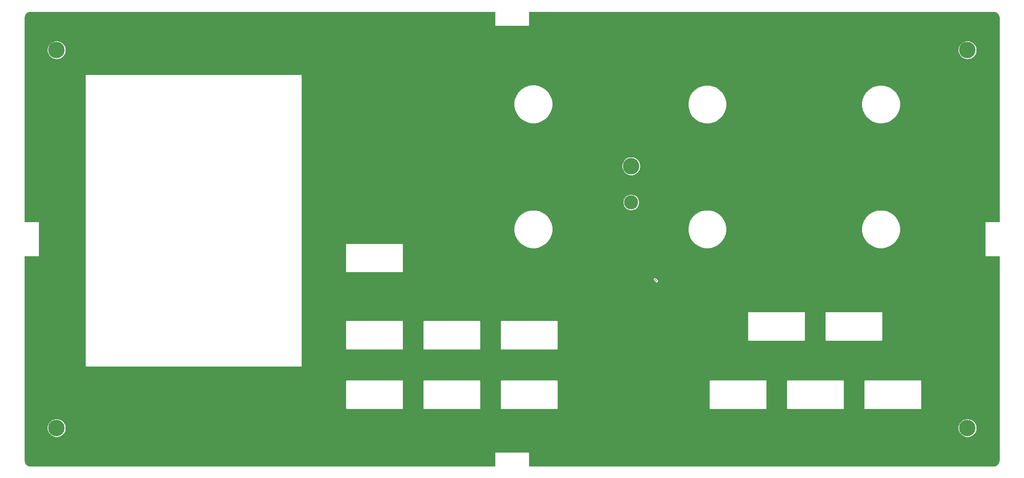
<source format=gbr>
G04 #@! TF.GenerationSoftware,KiCad,Pcbnew,(5.1.8)-1*
G04 #@! TF.CreationDate,2021-03-16T09:30:59+01:00*
G04 #@! TF.ProjectId,pfm3_topsurface,70666d33-5f74-46f7-9073-757266616365,v1.2 / 176*
G04 #@! TF.SameCoordinates,Original*
G04 #@! TF.FileFunction,Copper,L2,Bot*
G04 #@! TF.FilePolarity,Positive*
%FSLAX46Y46*%
G04 Gerber Fmt 4.6, Leading zero omitted, Abs format (unit mm)*
G04 Created by KiCad (PCBNEW (5.1.8)-1) date 2021-03-16 09:30:59*
%MOMM*%
%LPD*%
G01*
G04 APERTURE LIST*
G04 #@! TA.AperFunction,ComponentPad*
%ADD10C,3.500000*%
G04 #@! TD*
G04 #@! TA.AperFunction,ComponentPad*
%ADD11C,3.000000*%
G04 #@! TD*
G04 #@! TA.AperFunction,Conductor*
%ADD12C,0.200000*%
G04 #@! TD*
G04 #@! TA.AperFunction,NonConductor*
%ADD13C,0.100000*%
G04 #@! TD*
G04 #@! TA.AperFunction,NonConductor*
%ADD14C,0.150000*%
G04 #@! TD*
G04 APERTURE END LIST*
D10*
X173370000Y-66020000D03*
D11*
X173370000Y-73767000D03*
D10*
X50800000Y-121920000D03*
X50800000Y-41275000D03*
X245110000Y-41275000D03*
X245110000Y-121920000D03*
D12*
X178435000Y-90170000D02*
X178816000Y-90551000D01*
D13*
X144324001Y-36000814D02*
X144323638Y-36004500D01*
X144325086Y-36019202D01*
X144329375Y-36033340D01*
X144336339Y-36046369D01*
X144345711Y-36057789D01*
X144357131Y-36067161D01*
X144370160Y-36074125D01*
X144384298Y-36078414D01*
X144395325Y-36079500D01*
X144399000Y-36079862D01*
X144402675Y-36079500D01*
X151507325Y-36079500D01*
X151511000Y-36079862D01*
X151514675Y-36079500D01*
X151525702Y-36078414D01*
X151539840Y-36074125D01*
X151552869Y-36067161D01*
X151564289Y-36057789D01*
X151573661Y-36046369D01*
X151580625Y-36033340D01*
X151584914Y-36019202D01*
X151586362Y-36004500D01*
X151586000Y-36000825D01*
X151586000Y-33095000D01*
X250694332Y-33095000D01*
X250930039Y-33118111D01*
X251153244Y-33185501D01*
X251359105Y-33294959D01*
X251539785Y-33442319D01*
X251688400Y-33621963D01*
X251799295Y-33827060D01*
X251868241Y-34049786D01*
X251892982Y-34285190D01*
X251893000Y-34290262D01*
X251893001Y-34290272D01*
X251893000Y-77925000D01*
X248923675Y-77925000D01*
X248920000Y-77924638D01*
X248916325Y-77925000D01*
X248905298Y-77926086D01*
X248891160Y-77930375D01*
X248878131Y-77937339D01*
X248866711Y-77946711D01*
X248857339Y-77958131D01*
X248850375Y-77971160D01*
X248846086Y-77985298D01*
X248844638Y-78000000D01*
X248845001Y-78003686D01*
X248845000Y-85192824D01*
X248844638Y-85196500D01*
X248846086Y-85211202D01*
X248850375Y-85225340D01*
X248857339Y-85238369D01*
X248866711Y-85249789D01*
X248878131Y-85259161D01*
X248891160Y-85266125D01*
X248905298Y-85270414D01*
X248920000Y-85271862D01*
X248923675Y-85271500D01*
X251893001Y-85271500D01*
X251893000Y-128901332D01*
X251869889Y-129137039D01*
X251802499Y-129360244D01*
X251693042Y-129566103D01*
X251545681Y-129746785D01*
X251366037Y-129895400D01*
X251160940Y-130006295D01*
X250938214Y-130075241D01*
X250702811Y-130099982D01*
X250697738Y-130100000D01*
X151586000Y-130100000D01*
X151586000Y-127194176D01*
X151586362Y-127190500D01*
X151584914Y-127175798D01*
X151580625Y-127161660D01*
X151573661Y-127148631D01*
X151564289Y-127137211D01*
X151552869Y-127127839D01*
X151539840Y-127120875D01*
X151525702Y-127116586D01*
X151514675Y-127115500D01*
X151511000Y-127115138D01*
X151507325Y-127115500D01*
X144402675Y-127115500D01*
X144399000Y-127115138D01*
X144395325Y-127115500D01*
X144384298Y-127116586D01*
X144370160Y-127120875D01*
X144357131Y-127127839D01*
X144345711Y-127137211D01*
X144336339Y-127148631D01*
X144329375Y-127161660D01*
X144325086Y-127175798D01*
X144323638Y-127190500D01*
X144324001Y-127194186D01*
X144324000Y-130100000D01*
X45215668Y-130100000D01*
X44979961Y-130076889D01*
X44756756Y-130009499D01*
X44550897Y-129900042D01*
X44370215Y-129752681D01*
X44221600Y-129573037D01*
X44110705Y-129367940D01*
X44041759Y-129145214D01*
X44017018Y-128909811D01*
X44017000Y-128904738D01*
X44017000Y-121727942D01*
X48850000Y-121727942D01*
X48850000Y-122112058D01*
X48924938Y-122488794D01*
X49071933Y-122843671D01*
X49285336Y-123163052D01*
X49556948Y-123434664D01*
X49876329Y-123648067D01*
X50231206Y-123795062D01*
X50607942Y-123870000D01*
X50992058Y-123870000D01*
X51368794Y-123795062D01*
X51723671Y-123648067D01*
X52043052Y-123434664D01*
X52314664Y-123163052D01*
X52528067Y-122843671D01*
X52675062Y-122488794D01*
X52750000Y-122112058D01*
X52750000Y-121727942D01*
X243160000Y-121727942D01*
X243160000Y-122112058D01*
X243234938Y-122488794D01*
X243381933Y-122843671D01*
X243595336Y-123163052D01*
X243866948Y-123434664D01*
X244186329Y-123648067D01*
X244541206Y-123795062D01*
X244917942Y-123870000D01*
X245302058Y-123870000D01*
X245678794Y-123795062D01*
X246033671Y-123648067D01*
X246353052Y-123434664D01*
X246624664Y-123163052D01*
X246838067Y-122843671D01*
X246985062Y-122488794D01*
X247060000Y-122112058D01*
X247060000Y-121727942D01*
X246985062Y-121351206D01*
X246838067Y-120996329D01*
X246624664Y-120676948D01*
X246353052Y-120405336D01*
X246033671Y-120191933D01*
X245678794Y-120044938D01*
X245302058Y-119970000D01*
X244917942Y-119970000D01*
X244541206Y-120044938D01*
X244186329Y-120191933D01*
X243866948Y-120405336D01*
X243595336Y-120676948D01*
X243381933Y-120996329D01*
X243234938Y-121351206D01*
X243160000Y-121727942D01*
X52750000Y-121727942D01*
X52675062Y-121351206D01*
X52528067Y-120996329D01*
X52314664Y-120676948D01*
X52043052Y-120405336D01*
X51723671Y-120191933D01*
X51368794Y-120044938D01*
X50992058Y-119970000D01*
X50607942Y-119970000D01*
X50231206Y-120044938D01*
X49876329Y-120191933D01*
X49556948Y-120405336D01*
X49285336Y-120676948D01*
X49071933Y-120996329D01*
X48924938Y-121351206D01*
X48850000Y-121727942D01*
X44017000Y-121727942D01*
X44017000Y-111800000D01*
X112524638Y-111800000D01*
X112525001Y-111803686D01*
X112525000Y-117796324D01*
X112524638Y-117800000D01*
X112526086Y-117814702D01*
X112530375Y-117828840D01*
X112537339Y-117841869D01*
X112546711Y-117853289D01*
X112558131Y-117862661D01*
X112571160Y-117869625D01*
X112585298Y-117873914D01*
X112600000Y-117875362D01*
X112603675Y-117875000D01*
X124596325Y-117875000D01*
X124600000Y-117875362D01*
X124603675Y-117875000D01*
X124614702Y-117873914D01*
X124628840Y-117869625D01*
X124641869Y-117862661D01*
X124653289Y-117853289D01*
X124662661Y-117841869D01*
X124669625Y-117828840D01*
X124673914Y-117814702D01*
X124675362Y-117800000D01*
X124675000Y-117796325D01*
X124675000Y-111803676D01*
X124675362Y-111800000D01*
X129024638Y-111800000D01*
X129025001Y-111803686D01*
X129025000Y-117796324D01*
X129024638Y-117800000D01*
X129026086Y-117814702D01*
X129030375Y-117828840D01*
X129037339Y-117841869D01*
X129046711Y-117853289D01*
X129058131Y-117862661D01*
X129071160Y-117869625D01*
X129085298Y-117873914D01*
X129100000Y-117875362D01*
X129103675Y-117875000D01*
X141096325Y-117875000D01*
X141100000Y-117875362D01*
X141103675Y-117875000D01*
X141114702Y-117873914D01*
X141128840Y-117869625D01*
X141141869Y-117862661D01*
X141153289Y-117853289D01*
X141162661Y-117841869D01*
X141169625Y-117828840D01*
X141173914Y-117814702D01*
X141175362Y-117800000D01*
X141175000Y-117796325D01*
X141175000Y-111803676D01*
X141175362Y-111800000D01*
X145524638Y-111800000D01*
X145525001Y-111803686D01*
X145525000Y-117796324D01*
X145524638Y-117800000D01*
X145526086Y-117814702D01*
X145530375Y-117828840D01*
X145537339Y-117841869D01*
X145546711Y-117853289D01*
X145558131Y-117862661D01*
X145571160Y-117869625D01*
X145585298Y-117873914D01*
X145600000Y-117875362D01*
X145603675Y-117875000D01*
X157596325Y-117875000D01*
X157600000Y-117875362D01*
X157603675Y-117875000D01*
X157614702Y-117873914D01*
X157628840Y-117869625D01*
X157641869Y-117862661D01*
X157653289Y-117853289D01*
X157662661Y-117841869D01*
X157669625Y-117828840D01*
X157673914Y-117814702D01*
X157675362Y-117800000D01*
X157675000Y-117796325D01*
X157675000Y-111803676D01*
X157675362Y-111800000D01*
X190074638Y-111800000D01*
X190075001Y-111803686D01*
X190075000Y-117796324D01*
X190074638Y-117800000D01*
X190076086Y-117814702D01*
X190080375Y-117828840D01*
X190087339Y-117841869D01*
X190096711Y-117853289D01*
X190108131Y-117862661D01*
X190121160Y-117869625D01*
X190135298Y-117873914D01*
X190150000Y-117875362D01*
X190153675Y-117875000D01*
X202146325Y-117875000D01*
X202150000Y-117875362D01*
X202153675Y-117875000D01*
X202164702Y-117873914D01*
X202178840Y-117869625D01*
X202191869Y-117862661D01*
X202203289Y-117853289D01*
X202212661Y-117841869D01*
X202219625Y-117828840D01*
X202223914Y-117814702D01*
X202225362Y-117800000D01*
X202225000Y-117796325D01*
X202225000Y-111803676D01*
X202225362Y-111800000D01*
X206574638Y-111800000D01*
X206575001Y-111803686D01*
X206575000Y-117796324D01*
X206574638Y-117800000D01*
X206576086Y-117814702D01*
X206580375Y-117828840D01*
X206587339Y-117841869D01*
X206596711Y-117853289D01*
X206608131Y-117862661D01*
X206621160Y-117869625D01*
X206635298Y-117873914D01*
X206650000Y-117875362D01*
X206653675Y-117875000D01*
X218646325Y-117875000D01*
X218650000Y-117875362D01*
X218653675Y-117875000D01*
X218664702Y-117873914D01*
X218678840Y-117869625D01*
X218691869Y-117862661D01*
X218703289Y-117853289D01*
X218712661Y-117841869D01*
X218719625Y-117828840D01*
X218723914Y-117814702D01*
X218725362Y-117800000D01*
X218725000Y-117796325D01*
X218725000Y-111803676D01*
X218725362Y-111800000D01*
X223074638Y-111800000D01*
X223075001Y-111803686D01*
X223075000Y-117796324D01*
X223074638Y-117800000D01*
X223076086Y-117814702D01*
X223080375Y-117828840D01*
X223087339Y-117841869D01*
X223096711Y-117853289D01*
X223108131Y-117862661D01*
X223121160Y-117869625D01*
X223135298Y-117873914D01*
X223150000Y-117875362D01*
X223153675Y-117875000D01*
X235146325Y-117875000D01*
X235150000Y-117875362D01*
X235153675Y-117875000D01*
X235164702Y-117873914D01*
X235178840Y-117869625D01*
X235191869Y-117862661D01*
X235203289Y-117853289D01*
X235212661Y-117841869D01*
X235219625Y-117828840D01*
X235223914Y-117814702D01*
X235225362Y-117800000D01*
X235225000Y-117796325D01*
X235225000Y-111803676D01*
X235225362Y-111800000D01*
X235223914Y-111785298D01*
X235219625Y-111771160D01*
X235212661Y-111758131D01*
X235203289Y-111746711D01*
X235191869Y-111737339D01*
X235178840Y-111730375D01*
X235164702Y-111726086D01*
X235153675Y-111725000D01*
X235150000Y-111724638D01*
X235146325Y-111725000D01*
X223153675Y-111725000D01*
X223150000Y-111724638D01*
X223146325Y-111725000D01*
X223135298Y-111726086D01*
X223121160Y-111730375D01*
X223108131Y-111737339D01*
X223096711Y-111746711D01*
X223087339Y-111758131D01*
X223080375Y-111771160D01*
X223076086Y-111785298D01*
X223074638Y-111800000D01*
X218725362Y-111800000D01*
X218723914Y-111785298D01*
X218719625Y-111771160D01*
X218712661Y-111758131D01*
X218703289Y-111746711D01*
X218691869Y-111737339D01*
X218678840Y-111730375D01*
X218664702Y-111726086D01*
X218653675Y-111725000D01*
X218650000Y-111724638D01*
X218646325Y-111725000D01*
X206653675Y-111725000D01*
X206650000Y-111724638D01*
X206646325Y-111725000D01*
X206635298Y-111726086D01*
X206621160Y-111730375D01*
X206608131Y-111737339D01*
X206596711Y-111746711D01*
X206587339Y-111758131D01*
X206580375Y-111771160D01*
X206576086Y-111785298D01*
X206574638Y-111800000D01*
X202225362Y-111800000D01*
X202223914Y-111785298D01*
X202219625Y-111771160D01*
X202212661Y-111758131D01*
X202203289Y-111746711D01*
X202191869Y-111737339D01*
X202178840Y-111730375D01*
X202164702Y-111726086D01*
X202153675Y-111725000D01*
X202150000Y-111724638D01*
X202146325Y-111725000D01*
X190153675Y-111725000D01*
X190150000Y-111724638D01*
X190146325Y-111725000D01*
X190135298Y-111726086D01*
X190121160Y-111730375D01*
X190108131Y-111737339D01*
X190096711Y-111746711D01*
X190087339Y-111758131D01*
X190080375Y-111771160D01*
X190076086Y-111785298D01*
X190074638Y-111800000D01*
X157675362Y-111800000D01*
X157673914Y-111785298D01*
X157669625Y-111771160D01*
X157662661Y-111758131D01*
X157653289Y-111746711D01*
X157641869Y-111737339D01*
X157628840Y-111730375D01*
X157614702Y-111726086D01*
X157603675Y-111725000D01*
X157600000Y-111724638D01*
X157596325Y-111725000D01*
X145603675Y-111725000D01*
X145600000Y-111724638D01*
X145596325Y-111725000D01*
X145585298Y-111726086D01*
X145571160Y-111730375D01*
X145558131Y-111737339D01*
X145546711Y-111746711D01*
X145537339Y-111758131D01*
X145530375Y-111771160D01*
X145526086Y-111785298D01*
X145524638Y-111800000D01*
X141175362Y-111800000D01*
X141173914Y-111785298D01*
X141169625Y-111771160D01*
X141162661Y-111758131D01*
X141153289Y-111746711D01*
X141141869Y-111737339D01*
X141128840Y-111730375D01*
X141114702Y-111726086D01*
X141103675Y-111725000D01*
X141100000Y-111724638D01*
X141096325Y-111725000D01*
X129103675Y-111725000D01*
X129100000Y-111724638D01*
X129096325Y-111725000D01*
X129085298Y-111726086D01*
X129071160Y-111730375D01*
X129058131Y-111737339D01*
X129046711Y-111746711D01*
X129037339Y-111758131D01*
X129030375Y-111771160D01*
X129026086Y-111785298D01*
X129024638Y-111800000D01*
X124675362Y-111800000D01*
X124673914Y-111785298D01*
X124669625Y-111771160D01*
X124662661Y-111758131D01*
X124653289Y-111746711D01*
X124641869Y-111737339D01*
X124628840Y-111730375D01*
X124614702Y-111726086D01*
X124603675Y-111725000D01*
X124600000Y-111724638D01*
X124596325Y-111725000D01*
X112603675Y-111725000D01*
X112600000Y-111724638D01*
X112596325Y-111725000D01*
X112585298Y-111726086D01*
X112571160Y-111730375D01*
X112558131Y-111737339D01*
X112546711Y-111746711D01*
X112537339Y-111758131D01*
X112530375Y-111771160D01*
X112526086Y-111785298D01*
X112524638Y-111800000D01*
X44017000Y-111800000D01*
X44017000Y-85275000D01*
X46986325Y-85275000D01*
X46990000Y-85275362D01*
X46993675Y-85275000D01*
X47004702Y-85273914D01*
X47018840Y-85269625D01*
X47031869Y-85262661D01*
X47043289Y-85253289D01*
X47052661Y-85241869D01*
X47059625Y-85228840D01*
X47063914Y-85214702D01*
X47065362Y-85200000D01*
X47065000Y-85196325D01*
X47065000Y-78002175D01*
X47065362Y-77998500D01*
X47063914Y-77983798D01*
X47059625Y-77969660D01*
X47052661Y-77956631D01*
X47043289Y-77945211D01*
X47031869Y-77935839D01*
X47018840Y-77928875D01*
X47004702Y-77924586D01*
X46993675Y-77923500D01*
X46990000Y-77923138D01*
X46986325Y-77923500D01*
X44017000Y-77923500D01*
X44017000Y-46550000D01*
X56974638Y-46550000D01*
X56975000Y-46553676D01*
X56975001Y-108696314D01*
X56974638Y-108700000D01*
X56976086Y-108714702D01*
X56980375Y-108728840D01*
X56987339Y-108741869D01*
X56996711Y-108753289D01*
X57008131Y-108762661D01*
X57021160Y-108769625D01*
X57035298Y-108773914D01*
X57046325Y-108775000D01*
X57050000Y-108775362D01*
X57053675Y-108775000D01*
X103046325Y-108775000D01*
X103050000Y-108775362D01*
X103053675Y-108775000D01*
X103064702Y-108773914D01*
X103078840Y-108769625D01*
X103091869Y-108762661D01*
X103103289Y-108753289D01*
X103112661Y-108741869D01*
X103119625Y-108728840D01*
X103123914Y-108714702D01*
X103125362Y-108700000D01*
X103125000Y-108696325D01*
X103125000Y-99100000D01*
X112524638Y-99100000D01*
X112525001Y-99103686D01*
X112525000Y-105096324D01*
X112524638Y-105100000D01*
X112526086Y-105114702D01*
X112530375Y-105128840D01*
X112537339Y-105141869D01*
X112546711Y-105153289D01*
X112558131Y-105162661D01*
X112571160Y-105169625D01*
X112585298Y-105173914D01*
X112600000Y-105175362D01*
X112603675Y-105175000D01*
X124596325Y-105175000D01*
X124600000Y-105175362D01*
X124603675Y-105175000D01*
X124614702Y-105173914D01*
X124628840Y-105169625D01*
X124641869Y-105162661D01*
X124653289Y-105153289D01*
X124662661Y-105141869D01*
X124669625Y-105128840D01*
X124673914Y-105114702D01*
X124675362Y-105100000D01*
X124675000Y-105096325D01*
X124675000Y-99103676D01*
X124675362Y-99100000D01*
X129024638Y-99100000D01*
X129025001Y-99103686D01*
X129025000Y-105096324D01*
X129024638Y-105100000D01*
X129026086Y-105114702D01*
X129030375Y-105128840D01*
X129037339Y-105141869D01*
X129046711Y-105153289D01*
X129058131Y-105162661D01*
X129071160Y-105169625D01*
X129085298Y-105173914D01*
X129100000Y-105175362D01*
X129103675Y-105175000D01*
X141096325Y-105175000D01*
X141100000Y-105175362D01*
X141103675Y-105175000D01*
X141114702Y-105173914D01*
X141128840Y-105169625D01*
X141141869Y-105162661D01*
X141153289Y-105153289D01*
X141162661Y-105141869D01*
X141169625Y-105128840D01*
X141173914Y-105114702D01*
X141175362Y-105100000D01*
X141175000Y-105096325D01*
X141175000Y-99103676D01*
X141175362Y-99100000D01*
X145524638Y-99100000D01*
X145525001Y-99103686D01*
X145525000Y-105096324D01*
X145524638Y-105100000D01*
X145526086Y-105114702D01*
X145530375Y-105128840D01*
X145537339Y-105141869D01*
X145546711Y-105153289D01*
X145558131Y-105162661D01*
X145571160Y-105169625D01*
X145585298Y-105173914D01*
X145600000Y-105175362D01*
X145603675Y-105175000D01*
X157596325Y-105175000D01*
X157600000Y-105175362D01*
X157603675Y-105175000D01*
X157614702Y-105173914D01*
X157628840Y-105169625D01*
X157641869Y-105162661D01*
X157653289Y-105153289D01*
X157662661Y-105141869D01*
X157669625Y-105128840D01*
X157673914Y-105114702D01*
X157675362Y-105100000D01*
X157675000Y-105096325D01*
X157675000Y-99103676D01*
X157675362Y-99100000D01*
X157673914Y-99085298D01*
X157669625Y-99071160D01*
X157662661Y-99058131D01*
X157653289Y-99046711D01*
X157641869Y-99037339D01*
X157628840Y-99030375D01*
X157614702Y-99026086D01*
X157603675Y-99025000D01*
X157600000Y-99024638D01*
X157596325Y-99025000D01*
X145603675Y-99025000D01*
X145600000Y-99024638D01*
X145596325Y-99025000D01*
X145585298Y-99026086D01*
X145571160Y-99030375D01*
X145558131Y-99037339D01*
X145546711Y-99046711D01*
X145537339Y-99058131D01*
X145530375Y-99071160D01*
X145526086Y-99085298D01*
X145524638Y-99100000D01*
X141175362Y-99100000D01*
X141173914Y-99085298D01*
X141169625Y-99071160D01*
X141162661Y-99058131D01*
X141153289Y-99046711D01*
X141141869Y-99037339D01*
X141128840Y-99030375D01*
X141114702Y-99026086D01*
X141103675Y-99025000D01*
X141100000Y-99024638D01*
X141096325Y-99025000D01*
X129103675Y-99025000D01*
X129100000Y-99024638D01*
X129096325Y-99025000D01*
X129085298Y-99026086D01*
X129071160Y-99030375D01*
X129058131Y-99037339D01*
X129046711Y-99046711D01*
X129037339Y-99058131D01*
X129030375Y-99071160D01*
X129026086Y-99085298D01*
X129024638Y-99100000D01*
X124675362Y-99100000D01*
X124673914Y-99085298D01*
X124669625Y-99071160D01*
X124662661Y-99058131D01*
X124653289Y-99046711D01*
X124641869Y-99037339D01*
X124628840Y-99030375D01*
X124614702Y-99026086D01*
X124603675Y-99025000D01*
X124600000Y-99024638D01*
X124596325Y-99025000D01*
X112603675Y-99025000D01*
X112600000Y-99024638D01*
X112596325Y-99025000D01*
X112585298Y-99026086D01*
X112571160Y-99030375D01*
X112558131Y-99037339D01*
X112546711Y-99046711D01*
X112537339Y-99058131D01*
X112530375Y-99071160D01*
X112526086Y-99085298D01*
X112524638Y-99100000D01*
X103125000Y-99100000D01*
X103125000Y-97200000D01*
X198274638Y-97200000D01*
X198275001Y-97203686D01*
X198275000Y-103196324D01*
X198274638Y-103200000D01*
X198276086Y-103214702D01*
X198280375Y-103228840D01*
X198287339Y-103241869D01*
X198296711Y-103253289D01*
X198308131Y-103262661D01*
X198321160Y-103269625D01*
X198335298Y-103273914D01*
X198350000Y-103275362D01*
X198353675Y-103275000D01*
X210346325Y-103275000D01*
X210350000Y-103275362D01*
X210353675Y-103275000D01*
X210364702Y-103273914D01*
X210378840Y-103269625D01*
X210391869Y-103262661D01*
X210403289Y-103253289D01*
X210412661Y-103241869D01*
X210419625Y-103228840D01*
X210423914Y-103214702D01*
X210425362Y-103200000D01*
X210425000Y-103196325D01*
X210425000Y-97203676D01*
X210425362Y-97200000D01*
X214774638Y-97200000D01*
X214775001Y-97203686D01*
X214775000Y-103196324D01*
X214774638Y-103200000D01*
X214776086Y-103214702D01*
X214780375Y-103228840D01*
X214787339Y-103241869D01*
X214796711Y-103253289D01*
X214808131Y-103262661D01*
X214821160Y-103269625D01*
X214835298Y-103273914D01*
X214850000Y-103275362D01*
X214853675Y-103275000D01*
X226846325Y-103275000D01*
X226850000Y-103275362D01*
X226853675Y-103275000D01*
X226864702Y-103273914D01*
X226878840Y-103269625D01*
X226891869Y-103262661D01*
X226903289Y-103253289D01*
X226912661Y-103241869D01*
X226919625Y-103228840D01*
X226923914Y-103214702D01*
X226925362Y-103200000D01*
X226925000Y-103196325D01*
X226925000Y-97203676D01*
X226925362Y-97200000D01*
X226923914Y-97185298D01*
X226919625Y-97171160D01*
X226912661Y-97158131D01*
X226903289Y-97146711D01*
X226891869Y-97137339D01*
X226878840Y-97130375D01*
X226864702Y-97126086D01*
X226853675Y-97125000D01*
X226850000Y-97124638D01*
X226846325Y-97125000D01*
X214853675Y-97125000D01*
X214850000Y-97124638D01*
X214846325Y-97125000D01*
X214835298Y-97126086D01*
X214821160Y-97130375D01*
X214808131Y-97137339D01*
X214796711Y-97146711D01*
X214787339Y-97158131D01*
X214780375Y-97171160D01*
X214776086Y-97185298D01*
X214774638Y-97200000D01*
X210425362Y-97200000D01*
X210423914Y-97185298D01*
X210419625Y-97171160D01*
X210412661Y-97158131D01*
X210403289Y-97146711D01*
X210391869Y-97137339D01*
X210378840Y-97130375D01*
X210364702Y-97126086D01*
X210353675Y-97125000D01*
X210350000Y-97124638D01*
X210346325Y-97125000D01*
X198353675Y-97125000D01*
X198350000Y-97124638D01*
X198346325Y-97125000D01*
X198335298Y-97126086D01*
X198321160Y-97130375D01*
X198308131Y-97137339D01*
X198296711Y-97146711D01*
X198287339Y-97158131D01*
X198280375Y-97171160D01*
X198276086Y-97185298D01*
X198274638Y-97200000D01*
X103125000Y-97200000D01*
X103125000Y-90170000D01*
X178133550Y-90170000D01*
X178139342Y-90228810D01*
X178156497Y-90285360D01*
X178184353Y-90337477D01*
X178212451Y-90371714D01*
X178614285Y-90773549D01*
X178648522Y-90801647D01*
X178700639Y-90829503D01*
X178757189Y-90846658D01*
X178815999Y-90852450D01*
X178874809Y-90846658D01*
X178931359Y-90829503D01*
X178983477Y-90801647D01*
X179029157Y-90764157D01*
X179066647Y-90718477D01*
X179094503Y-90666359D01*
X179111658Y-90609809D01*
X179117450Y-90550999D01*
X179111658Y-90492189D01*
X179094503Y-90435639D01*
X179066647Y-90383522D01*
X179038549Y-90349285D01*
X178636714Y-89947451D01*
X178602477Y-89919353D01*
X178550360Y-89891497D01*
X178493810Y-89874342D01*
X178435000Y-89868550D01*
X178376190Y-89874342D01*
X178319640Y-89891497D01*
X178267523Y-89919353D01*
X178221842Y-89956842D01*
X178184353Y-90002523D01*
X178156497Y-90054640D01*
X178139342Y-90111190D01*
X178133550Y-90170000D01*
X103125000Y-90170000D01*
X103125000Y-82600000D01*
X112524638Y-82600000D01*
X112525001Y-82603686D01*
X112525000Y-88596324D01*
X112524638Y-88600000D01*
X112526086Y-88614702D01*
X112530375Y-88628840D01*
X112537339Y-88641869D01*
X112546711Y-88653289D01*
X112558131Y-88662661D01*
X112571160Y-88669625D01*
X112585298Y-88673914D01*
X112600000Y-88675362D01*
X112603675Y-88675000D01*
X124596325Y-88675000D01*
X124600000Y-88675362D01*
X124603675Y-88675000D01*
X124614702Y-88673914D01*
X124628840Y-88669625D01*
X124641869Y-88662661D01*
X124653289Y-88653289D01*
X124662661Y-88641869D01*
X124669625Y-88628840D01*
X124673914Y-88614702D01*
X124675362Y-88600000D01*
X124675000Y-88596325D01*
X124675000Y-82603676D01*
X124675362Y-82600000D01*
X124673914Y-82585298D01*
X124669625Y-82571160D01*
X124662661Y-82558131D01*
X124653289Y-82546711D01*
X124641869Y-82537339D01*
X124628840Y-82530375D01*
X124614702Y-82526086D01*
X124603675Y-82525000D01*
X124600000Y-82524638D01*
X124596325Y-82525000D01*
X112603675Y-82525000D01*
X112600000Y-82524638D01*
X112596325Y-82525000D01*
X112585298Y-82526086D01*
X112571160Y-82530375D01*
X112558131Y-82537339D01*
X112546711Y-82546711D01*
X112537339Y-82558131D01*
X112530375Y-82571160D01*
X112526086Y-82585298D01*
X112524638Y-82600000D01*
X103125000Y-82600000D01*
X103125000Y-79098620D01*
X148424719Y-79098620D01*
X148424719Y-79901380D01*
X148581329Y-80688716D01*
X148888532Y-81430370D01*
X149334522Y-82097840D01*
X149902160Y-82665478D01*
X150569630Y-83111468D01*
X151311284Y-83418671D01*
X152098620Y-83575281D01*
X152901380Y-83575281D01*
X153688716Y-83418671D01*
X154430370Y-83111468D01*
X155097840Y-82665478D01*
X155665478Y-82097840D01*
X156111468Y-81430370D01*
X156418671Y-80688716D01*
X156575281Y-79901380D01*
X156575281Y-79098620D01*
X185524719Y-79098620D01*
X185524719Y-79901380D01*
X185681329Y-80688716D01*
X185988532Y-81430370D01*
X186434522Y-82097840D01*
X187002160Y-82665478D01*
X187669630Y-83111468D01*
X188411284Y-83418671D01*
X189198620Y-83575281D01*
X190001380Y-83575281D01*
X190788716Y-83418671D01*
X191530370Y-83111468D01*
X192197840Y-82665478D01*
X192765478Y-82097840D01*
X193211468Y-81430370D01*
X193518671Y-80688716D01*
X193675281Y-79901380D01*
X193675281Y-79098620D01*
X222574719Y-79098620D01*
X222574719Y-79901380D01*
X222731329Y-80688716D01*
X223038532Y-81430370D01*
X223484522Y-82097840D01*
X224052160Y-82665478D01*
X224719630Y-83111468D01*
X225461284Y-83418671D01*
X226248620Y-83575281D01*
X227051380Y-83575281D01*
X227838716Y-83418671D01*
X228580370Y-83111468D01*
X229247840Y-82665478D01*
X229815478Y-82097840D01*
X230261468Y-81430370D01*
X230568671Y-80688716D01*
X230725281Y-79901380D01*
X230725281Y-79098620D01*
X230568671Y-78311284D01*
X230261468Y-77569630D01*
X229815478Y-76902160D01*
X229247840Y-76334522D01*
X228580370Y-75888532D01*
X227838716Y-75581329D01*
X227051380Y-75424719D01*
X226248620Y-75424719D01*
X225461284Y-75581329D01*
X224719630Y-75888532D01*
X224052160Y-76334522D01*
X223484522Y-76902160D01*
X223038532Y-77569630D01*
X222731329Y-78311284D01*
X222574719Y-79098620D01*
X193675281Y-79098620D01*
X193518671Y-78311284D01*
X193211468Y-77569630D01*
X192765478Y-76902160D01*
X192197840Y-76334522D01*
X191530370Y-75888532D01*
X190788716Y-75581329D01*
X190001380Y-75424719D01*
X189198620Y-75424719D01*
X188411284Y-75581329D01*
X187669630Y-75888532D01*
X187002160Y-76334522D01*
X186434522Y-76902160D01*
X185988532Y-77569630D01*
X185681329Y-78311284D01*
X185524719Y-79098620D01*
X156575281Y-79098620D01*
X156418671Y-78311284D01*
X156111468Y-77569630D01*
X155665478Y-76902160D01*
X155097840Y-76334522D01*
X154430370Y-75888532D01*
X153688716Y-75581329D01*
X152901380Y-75424719D01*
X152098620Y-75424719D01*
X151311284Y-75581329D01*
X150569630Y-75888532D01*
X149902160Y-76334522D01*
X149334522Y-76902160D01*
X148888532Y-77569630D01*
X148581329Y-78311284D01*
X148424719Y-79098620D01*
X103125000Y-79098620D01*
X103125000Y-73599565D01*
X171670000Y-73599565D01*
X171670000Y-73934435D01*
X171735330Y-74262872D01*
X171863479Y-74572252D01*
X172049523Y-74850687D01*
X172286313Y-75087477D01*
X172564748Y-75273521D01*
X172874128Y-75401670D01*
X173202565Y-75467000D01*
X173537435Y-75467000D01*
X173865872Y-75401670D01*
X174175252Y-75273521D01*
X174453687Y-75087477D01*
X174690477Y-74850687D01*
X174876521Y-74572252D01*
X175004670Y-74262872D01*
X175070000Y-73934435D01*
X175070000Y-73599565D01*
X175004670Y-73271128D01*
X174876521Y-72961748D01*
X174690477Y-72683313D01*
X174453687Y-72446523D01*
X174175252Y-72260479D01*
X173865872Y-72132330D01*
X173537435Y-72067000D01*
X173202565Y-72067000D01*
X172874128Y-72132330D01*
X172564748Y-72260479D01*
X172286313Y-72446523D01*
X172049523Y-72683313D01*
X171863479Y-72961748D01*
X171735330Y-73271128D01*
X171670000Y-73599565D01*
X103125000Y-73599565D01*
X103125000Y-65827942D01*
X171420000Y-65827942D01*
X171420000Y-66212058D01*
X171494938Y-66588794D01*
X171641933Y-66943671D01*
X171855336Y-67263052D01*
X172126948Y-67534664D01*
X172446329Y-67748067D01*
X172801206Y-67895062D01*
X173177942Y-67970000D01*
X173562058Y-67970000D01*
X173938794Y-67895062D01*
X174293671Y-67748067D01*
X174613052Y-67534664D01*
X174884664Y-67263052D01*
X175098067Y-66943671D01*
X175245062Y-66588794D01*
X175320000Y-66212058D01*
X175320000Y-65827942D01*
X175245062Y-65451206D01*
X175098067Y-65096329D01*
X174884664Y-64776948D01*
X174613052Y-64505336D01*
X174293671Y-64291933D01*
X173938794Y-64144938D01*
X173562058Y-64070000D01*
X173177942Y-64070000D01*
X172801206Y-64144938D01*
X172446329Y-64291933D01*
X172126948Y-64505336D01*
X171855336Y-64776948D01*
X171641933Y-65096329D01*
X171494938Y-65451206D01*
X171420000Y-65827942D01*
X103125000Y-65827942D01*
X103125000Y-52398620D01*
X148424719Y-52398620D01*
X148424719Y-53201380D01*
X148581329Y-53988716D01*
X148888532Y-54730370D01*
X149334522Y-55397840D01*
X149902160Y-55965478D01*
X150569630Y-56411468D01*
X151311284Y-56718671D01*
X152098620Y-56875281D01*
X152901380Y-56875281D01*
X153688716Y-56718671D01*
X154430370Y-56411468D01*
X155097840Y-55965478D01*
X155665478Y-55397840D01*
X156111468Y-54730370D01*
X156418671Y-53988716D01*
X156575281Y-53201380D01*
X156575281Y-52448620D01*
X185524719Y-52448620D01*
X185524719Y-53251380D01*
X185681329Y-54038716D01*
X185988532Y-54780370D01*
X186434522Y-55447840D01*
X187002160Y-56015478D01*
X187669630Y-56461468D01*
X188411284Y-56768671D01*
X189198620Y-56925281D01*
X190001380Y-56925281D01*
X190788716Y-56768671D01*
X191530370Y-56461468D01*
X192197840Y-56015478D01*
X192765478Y-55447840D01*
X193211468Y-54780370D01*
X193518671Y-54038716D01*
X193675281Y-53251380D01*
X193675281Y-52448620D01*
X222574719Y-52448620D01*
X222574719Y-53251380D01*
X222731329Y-54038716D01*
X223038532Y-54780370D01*
X223484522Y-55447840D01*
X224052160Y-56015478D01*
X224719630Y-56461468D01*
X225461284Y-56768671D01*
X226248620Y-56925281D01*
X227051380Y-56925281D01*
X227838716Y-56768671D01*
X228580370Y-56461468D01*
X229247840Y-56015478D01*
X229815478Y-55447840D01*
X230261468Y-54780370D01*
X230568671Y-54038716D01*
X230725281Y-53251380D01*
X230725281Y-52448620D01*
X230568671Y-51661284D01*
X230261468Y-50919630D01*
X229815478Y-50252160D01*
X229247840Y-49684522D01*
X228580370Y-49238532D01*
X227838716Y-48931329D01*
X227051380Y-48774719D01*
X226248620Y-48774719D01*
X225461284Y-48931329D01*
X224719630Y-49238532D01*
X224052160Y-49684522D01*
X223484522Y-50252160D01*
X223038532Y-50919630D01*
X222731329Y-51661284D01*
X222574719Y-52448620D01*
X193675281Y-52448620D01*
X193518671Y-51661284D01*
X193211468Y-50919630D01*
X192765478Y-50252160D01*
X192197840Y-49684522D01*
X191530370Y-49238532D01*
X190788716Y-48931329D01*
X190001380Y-48774719D01*
X189198620Y-48774719D01*
X188411284Y-48931329D01*
X187669630Y-49238532D01*
X187002160Y-49684522D01*
X186434522Y-50252160D01*
X185988532Y-50919630D01*
X185681329Y-51661284D01*
X185524719Y-52448620D01*
X156575281Y-52448620D01*
X156575281Y-52398620D01*
X156418671Y-51611284D01*
X156111468Y-50869630D01*
X155665478Y-50202160D01*
X155097840Y-49634522D01*
X154430370Y-49188532D01*
X153688716Y-48881329D01*
X152901380Y-48724719D01*
X152098620Y-48724719D01*
X151311284Y-48881329D01*
X150569630Y-49188532D01*
X149902160Y-49634522D01*
X149334522Y-50202160D01*
X148888532Y-50869630D01*
X148581329Y-51611284D01*
X148424719Y-52398620D01*
X103125000Y-52398620D01*
X103125000Y-46553675D01*
X103125362Y-46550000D01*
X103123914Y-46535298D01*
X103119625Y-46521160D01*
X103112661Y-46508131D01*
X103103289Y-46496711D01*
X103091869Y-46487339D01*
X103078840Y-46480375D01*
X103064702Y-46476086D01*
X103053675Y-46475000D01*
X103050000Y-46474638D01*
X103046325Y-46475000D01*
X57053675Y-46475000D01*
X57050000Y-46474638D01*
X57046325Y-46475000D01*
X57035298Y-46476086D01*
X57021160Y-46480375D01*
X57008131Y-46487339D01*
X56996711Y-46496711D01*
X56987339Y-46508131D01*
X56980375Y-46521160D01*
X56976086Y-46535298D01*
X56974638Y-46550000D01*
X44017000Y-46550000D01*
X44017000Y-41082942D01*
X48850000Y-41082942D01*
X48850000Y-41467058D01*
X48924938Y-41843794D01*
X49071933Y-42198671D01*
X49285336Y-42518052D01*
X49556948Y-42789664D01*
X49876329Y-43003067D01*
X50231206Y-43150062D01*
X50607942Y-43225000D01*
X50992058Y-43225000D01*
X51368794Y-43150062D01*
X51723671Y-43003067D01*
X52043052Y-42789664D01*
X52314664Y-42518052D01*
X52528067Y-42198671D01*
X52675062Y-41843794D01*
X52750000Y-41467058D01*
X52750000Y-41082942D01*
X243160000Y-41082942D01*
X243160000Y-41467058D01*
X243234938Y-41843794D01*
X243381933Y-42198671D01*
X243595336Y-42518052D01*
X243866948Y-42789664D01*
X244186329Y-43003067D01*
X244541206Y-43150062D01*
X244917942Y-43225000D01*
X245302058Y-43225000D01*
X245678794Y-43150062D01*
X246033671Y-43003067D01*
X246353052Y-42789664D01*
X246624664Y-42518052D01*
X246838067Y-42198671D01*
X246985062Y-41843794D01*
X247060000Y-41467058D01*
X247060000Y-41082942D01*
X246985062Y-40706206D01*
X246838067Y-40351329D01*
X246624664Y-40031948D01*
X246353052Y-39760336D01*
X246033671Y-39546933D01*
X245678794Y-39399938D01*
X245302058Y-39325000D01*
X244917942Y-39325000D01*
X244541206Y-39399938D01*
X244186329Y-39546933D01*
X243866948Y-39760336D01*
X243595336Y-40031948D01*
X243381933Y-40351329D01*
X243234938Y-40706206D01*
X243160000Y-41082942D01*
X52750000Y-41082942D01*
X52675062Y-40706206D01*
X52528067Y-40351329D01*
X52314664Y-40031948D01*
X52043052Y-39760336D01*
X51723671Y-39546933D01*
X51368794Y-39399938D01*
X50992058Y-39325000D01*
X50607942Y-39325000D01*
X50231206Y-39399938D01*
X49876329Y-39546933D01*
X49556948Y-39760336D01*
X49285336Y-40031948D01*
X49071933Y-40351329D01*
X48924938Y-40706206D01*
X48850000Y-41082942D01*
X44017000Y-41082942D01*
X44017000Y-34293668D01*
X44040111Y-34057961D01*
X44107501Y-33834756D01*
X44216959Y-33628895D01*
X44364319Y-33448215D01*
X44543963Y-33299600D01*
X44749060Y-33188705D01*
X44971786Y-33119759D01*
X45207190Y-33095018D01*
X45212262Y-33095000D01*
X144324000Y-33095000D01*
X144324001Y-36000814D01*
G04 #@! TA.AperFunction,NonConductor*
D14*
G36*
X144324001Y-36000814D02*
G01*
X144323638Y-36004500D01*
X144325086Y-36019202D01*
X144329375Y-36033340D01*
X144336339Y-36046369D01*
X144345711Y-36057789D01*
X144357131Y-36067161D01*
X144370160Y-36074125D01*
X144384298Y-36078414D01*
X144395325Y-36079500D01*
X144399000Y-36079862D01*
X144402675Y-36079500D01*
X151507325Y-36079500D01*
X151511000Y-36079862D01*
X151514675Y-36079500D01*
X151525702Y-36078414D01*
X151539840Y-36074125D01*
X151552869Y-36067161D01*
X151564289Y-36057789D01*
X151573661Y-36046369D01*
X151580625Y-36033340D01*
X151584914Y-36019202D01*
X151586362Y-36004500D01*
X151586000Y-36000825D01*
X151586000Y-33095000D01*
X250694332Y-33095000D01*
X250930039Y-33118111D01*
X251153244Y-33185501D01*
X251359105Y-33294959D01*
X251539785Y-33442319D01*
X251688400Y-33621963D01*
X251799295Y-33827060D01*
X251868241Y-34049786D01*
X251892982Y-34285190D01*
X251893000Y-34290262D01*
X251893001Y-34290272D01*
X251893000Y-77925000D01*
X248923675Y-77925000D01*
X248920000Y-77924638D01*
X248916325Y-77925000D01*
X248905298Y-77926086D01*
X248891160Y-77930375D01*
X248878131Y-77937339D01*
X248866711Y-77946711D01*
X248857339Y-77958131D01*
X248850375Y-77971160D01*
X248846086Y-77985298D01*
X248844638Y-78000000D01*
X248845001Y-78003686D01*
X248845000Y-85192824D01*
X248844638Y-85196500D01*
X248846086Y-85211202D01*
X248850375Y-85225340D01*
X248857339Y-85238369D01*
X248866711Y-85249789D01*
X248878131Y-85259161D01*
X248891160Y-85266125D01*
X248905298Y-85270414D01*
X248920000Y-85271862D01*
X248923675Y-85271500D01*
X251893001Y-85271500D01*
X251893000Y-128901332D01*
X251869889Y-129137039D01*
X251802499Y-129360244D01*
X251693042Y-129566103D01*
X251545681Y-129746785D01*
X251366037Y-129895400D01*
X251160940Y-130006295D01*
X250938214Y-130075241D01*
X250702811Y-130099982D01*
X250697738Y-130100000D01*
X151586000Y-130100000D01*
X151586000Y-127194176D01*
X151586362Y-127190500D01*
X151584914Y-127175798D01*
X151580625Y-127161660D01*
X151573661Y-127148631D01*
X151564289Y-127137211D01*
X151552869Y-127127839D01*
X151539840Y-127120875D01*
X151525702Y-127116586D01*
X151514675Y-127115500D01*
X151511000Y-127115138D01*
X151507325Y-127115500D01*
X144402675Y-127115500D01*
X144399000Y-127115138D01*
X144395325Y-127115500D01*
X144384298Y-127116586D01*
X144370160Y-127120875D01*
X144357131Y-127127839D01*
X144345711Y-127137211D01*
X144336339Y-127148631D01*
X144329375Y-127161660D01*
X144325086Y-127175798D01*
X144323638Y-127190500D01*
X144324001Y-127194186D01*
X144324000Y-130100000D01*
X45215668Y-130100000D01*
X44979961Y-130076889D01*
X44756756Y-130009499D01*
X44550897Y-129900042D01*
X44370215Y-129752681D01*
X44221600Y-129573037D01*
X44110705Y-129367940D01*
X44041759Y-129145214D01*
X44017018Y-128909811D01*
X44017000Y-128904738D01*
X44017000Y-121727942D01*
X48850000Y-121727942D01*
X48850000Y-122112058D01*
X48924938Y-122488794D01*
X49071933Y-122843671D01*
X49285336Y-123163052D01*
X49556948Y-123434664D01*
X49876329Y-123648067D01*
X50231206Y-123795062D01*
X50607942Y-123870000D01*
X50992058Y-123870000D01*
X51368794Y-123795062D01*
X51723671Y-123648067D01*
X52043052Y-123434664D01*
X52314664Y-123163052D01*
X52528067Y-122843671D01*
X52675062Y-122488794D01*
X52750000Y-122112058D01*
X52750000Y-121727942D01*
X243160000Y-121727942D01*
X243160000Y-122112058D01*
X243234938Y-122488794D01*
X243381933Y-122843671D01*
X243595336Y-123163052D01*
X243866948Y-123434664D01*
X244186329Y-123648067D01*
X244541206Y-123795062D01*
X244917942Y-123870000D01*
X245302058Y-123870000D01*
X245678794Y-123795062D01*
X246033671Y-123648067D01*
X246353052Y-123434664D01*
X246624664Y-123163052D01*
X246838067Y-122843671D01*
X246985062Y-122488794D01*
X247060000Y-122112058D01*
X247060000Y-121727942D01*
X246985062Y-121351206D01*
X246838067Y-120996329D01*
X246624664Y-120676948D01*
X246353052Y-120405336D01*
X246033671Y-120191933D01*
X245678794Y-120044938D01*
X245302058Y-119970000D01*
X244917942Y-119970000D01*
X244541206Y-120044938D01*
X244186329Y-120191933D01*
X243866948Y-120405336D01*
X243595336Y-120676948D01*
X243381933Y-120996329D01*
X243234938Y-121351206D01*
X243160000Y-121727942D01*
X52750000Y-121727942D01*
X52675062Y-121351206D01*
X52528067Y-120996329D01*
X52314664Y-120676948D01*
X52043052Y-120405336D01*
X51723671Y-120191933D01*
X51368794Y-120044938D01*
X50992058Y-119970000D01*
X50607942Y-119970000D01*
X50231206Y-120044938D01*
X49876329Y-120191933D01*
X49556948Y-120405336D01*
X49285336Y-120676948D01*
X49071933Y-120996329D01*
X48924938Y-121351206D01*
X48850000Y-121727942D01*
X44017000Y-121727942D01*
X44017000Y-111800000D01*
X112524638Y-111800000D01*
X112525001Y-111803686D01*
X112525000Y-117796324D01*
X112524638Y-117800000D01*
X112526086Y-117814702D01*
X112530375Y-117828840D01*
X112537339Y-117841869D01*
X112546711Y-117853289D01*
X112558131Y-117862661D01*
X112571160Y-117869625D01*
X112585298Y-117873914D01*
X112600000Y-117875362D01*
X112603675Y-117875000D01*
X124596325Y-117875000D01*
X124600000Y-117875362D01*
X124603675Y-117875000D01*
X124614702Y-117873914D01*
X124628840Y-117869625D01*
X124641869Y-117862661D01*
X124653289Y-117853289D01*
X124662661Y-117841869D01*
X124669625Y-117828840D01*
X124673914Y-117814702D01*
X124675362Y-117800000D01*
X124675000Y-117796325D01*
X124675000Y-111803676D01*
X124675362Y-111800000D01*
X129024638Y-111800000D01*
X129025001Y-111803686D01*
X129025000Y-117796324D01*
X129024638Y-117800000D01*
X129026086Y-117814702D01*
X129030375Y-117828840D01*
X129037339Y-117841869D01*
X129046711Y-117853289D01*
X129058131Y-117862661D01*
X129071160Y-117869625D01*
X129085298Y-117873914D01*
X129100000Y-117875362D01*
X129103675Y-117875000D01*
X141096325Y-117875000D01*
X141100000Y-117875362D01*
X141103675Y-117875000D01*
X141114702Y-117873914D01*
X141128840Y-117869625D01*
X141141869Y-117862661D01*
X141153289Y-117853289D01*
X141162661Y-117841869D01*
X141169625Y-117828840D01*
X141173914Y-117814702D01*
X141175362Y-117800000D01*
X141175000Y-117796325D01*
X141175000Y-111803676D01*
X141175362Y-111800000D01*
X145524638Y-111800000D01*
X145525001Y-111803686D01*
X145525000Y-117796324D01*
X145524638Y-117800000D01*
X145526086Y-117814702D01*
X145530375Y-117828840D01*
X145537339Y-117841869D01*
X145546711Y-117853289D01*
X145558131Y-117862661D01*
X145571160Y-117869625D01*
X145585298Y-117873914D01*
X145600000Y-117875362D01*
X145603675Y-117875000D01*
X157596325Y-117875000D01*
X157600000Y-117875362D01*
X157603675Y-117875000D01*
X157614702Y-117873914D01*
X157628840Y-117869625D01*
X157641869Y-117862661D01*
X157653289Y-117853289D01*
X157662661Y-117841869D01*
X157669625Y-117828840D01*
X157673914Y-117814702D01*
X157675362Y-117800000D01*
X157675000Y-117796325D01*
X157675000Y-111803676D01*
X157675362Y-111800000D01*
X190074638Y-111800000D01*
X190075001Y-111803686D01*
X190075000Y-117796324D01*
X190074638Y-117800000D01*
X190076086Y-117814702D01*
X190080375Y-117828840D01*
X190087339Y-117841869D01*
X190096711Y-117853289D01*
X190108131Y-117862661D01*
X190121160Y-117869625D01*
X190135298Y-117873914D01*
X190150000Y-117875362D01*
X190153675Y-117875000D01*
X202146325Y-117875000D01*
X202150000Y-117875362D01*
X202153675Y-117875000D01*
X202164702Y-117873914D01*
X202178840Y-117869625D01*
X202191869Y-117862661D01*
X202203289Y-117853289D01*
X202212661Y-117841869D01*
X202219625Y-117828840D01*
X202223914Y-117814702D01*
X202225362Y-117800000D01*
X202225000Y-117796325D01*
X202225000Y-111803676D01*
X202225362Y-111800000D01*
X206574638Y-111800000D01*
X206575001Y-111803686D01*
X206575000Y-117796324D01*
X206574638Y-117800000D01*
X206576086Y-117814702D01*
X206580375Y-117828840D01*
X206587339Y-117841869D01*
X206596711Y-117853289D01*
X206608131Y-117862661D01*
X206621160Y-117869625D01*
X206635298Y-117873914D01*
X206650000Y-117875362D01*
X206653675Y-117875000D01*
X218646325Y-117875000D01*
X218650000Y-117875362D01*
X218653675Y-117875000D01*
X218664702Y-117873914D01*
X218678840Y-117869625D01*
X218691869Y-117862661D01*
X218703289Y-117853289D01*
X218712661Y-117841869D01*
X218719625Y-117828840D01*
X218723914Y-117814702D01*
X218725362Y-117800000D01*
X218725000Y-117796325D01*
X218725000Y-111803676D01*
X218725362Y-111800000D01*
X223074638Y-111800000D01*
X223075001Y-111803686D01*
X223075000Y-117796324D01*
X223074638Y-117800000D01*
X223076086Y-117814702D01*
X223080375Y-117828840D01*
X223087339Y-117841869D01*
X223096711Y-117853289D01*
X223108131Y-117862661D01*
X223121160Y-117869625D01*
X223135298Y-117873914D01*
X223150000Y-117875362D01*
X223153675Y-117875000D01*
X235146325Y-117875000D01*
X235150000Y-117875362D01*
X235153675Y-117875000D01*
X235164702Y-117873914D01*
X235178840Y-117869625D01*
X235191869Y-117862661D01*
X235203289Y-117853289D01*
X235212661Y-117841869D01*
X235219625Y-117828840D01*
X235223914Y-117814702D01*
X235225362Y-117800000D01*
X235225000Y-117796325D01*
X235225000Y-111803676D01*
X235225362Y-111800000D01*
X235223914Y-111785298D01*
X235219625Y-111771160D01*
X235212661Y-111758131D01*
X235203289Y-111746711D01*
X235191869Y-111737339D01*
X235178840Y-111730375D01*
X235164702Y-111726086D01*
X235153675Y-111725000D01*
X235150000Y-111724638D01*
X235146325Y-111725000D01*
X223153675Y-111725000D01*
X223150000Y-111724638D01*
X223146325Y-111725000D01*
X223135298Y-111726086D01*
X223121160Y-111730375D01*
X223108131Y-111737339D01*
X223096711Y-111746711D01*
X223087339Y-111758131D01*
X223080375Y-111771160D01*
X223076086Y-111785298D01*
X223074638Y-111800000D01*
X218725362Y-111800000D01*
X218723914Y-111785298D01*
X218719625Y-111771160D01*
X218712661Y-111758131D01*
X218703289Y-111746711D01*
X218691869Y-111737339D01*
X218678840Y-111730375D01*
X218664702Y-111726086D01*
X218653675Y-111725000D01*
X218650000Y-111724638D01*
X218646325Y-111725000D01*
X206653675Y-111725000D01*
X206650000Y-111724638D01*
X206646325Y-111725000D01*
X206635298Y-111726086D01*
X206621160Y-111730375D01*
X206608131Y-111737339D01*
X206596711Y-111746711D01*
X206587339Y-111758131D01*
X206580375Y-111771160D01*
X206576086Y-111785298D01*
X206574638Y-111800000D01*
X202225362Y-111800000D01*
X202223914Y-111785298D01*
X202219625Y-111771160D01*
X202212661Y-111758131D01*
X202203289Y-111746711D01*
X202191869Y-111737339D01*
X202178840Y-111730375D01*
X202164702Y-111726086D01*
X202153675Y-111725000D01*
X202150000Y-111724638D01*
X202146325Y-111725000D01*
X190153675Y-111725000D01*
X190150000Y-111724638D01*
X190146325Y-111725000D01*
X190135298Y-111726086D01*
X190121160Y-111730375D01*
X190108131Y-111737339D01*
X190096711Y-111746711D01*
X190087339Y-111758131D01*
X190080375Y-111771160D01*
X190076086Y-111785298D01*
X190074638Y-111800000D01*
X157675362Y-111800000D01*
X157673914Y-111785298D01*
X157669625Y-111771160D01*
X157662661Y-111758131D01*
X157653289Y-111746711D01*
X157641869Y-111737339D01*
X157628840Y-111730375D01*
X157614702Y-111726086D01*
X157603675Y-111725000D01*
X157600000Y-111724638D01*
X157596325Y-111725000D01*
X145603675Y-111725000D01*
X145600000Y-111724638D01*
X145596325Y-111725000D01*
X145585298Y-111726086D01*
X145571160Y-111730375D01*
X145558131Y-111737339D01*
X145546711Y-111746711D01*
X145537339Y-111758131D01*
X145530375Y-111771160D01*
X145526086Y-111785298D01*
X145524638Y-111800000D01*
X141175362Y-111800000D01*
X141173914Y-111785298D01*
X141169625Y-111771160D01*
X141162661Y-111758131D01*
X141153289Y-111746711D01*
X141141869Y-111737339D01*
X141128840Y-111730375D01*
X141114702Y-111726086D01*
X141103675Y-111725000D01*
X141100000Y-111724638D01*
X141096325Y-111725000D01*
X129103675Y-111725000D01*
X129100000Y-111724638D01*
X129096325Y-111725000D01*
X129085298Y-111726086D01*
X129071160Y-111730375D01*
X129058131Y-111737339D01*
X129046711Y-111746711D01*
X129037339Y-111758131D01*
X129030375Y-111771160D01*
X129026086Y-111785298D01*
X129024638Y-111800000D01*
X124675362Y-111800000D01*
X124673914Y-111785298D01*
X124669625Y-111771160D01*
X124662661Y-111758131D01*
X124653289Y-111746711D01*
X124641869Y-111737339D01*
X124628840Y-111730375D01*
X124614702Y-111726086D01*
X124603675Y-111725000D01*
X124600000Y-111724638D01*
X124596325Y-111725000D01*
X112603675Y-111725000D01*
X112600000Y-111724638D01*
X112596325Y-111725000D01*
X112585298Y-111726086D01*
X112571160Y-111730375D01*
X112558131Y-111737339D01*
X112546711Y-111746711D01*
X112537339Y-111758131D01*
X112530375Y-111771160D01*
X112526086Y-111785298D01*
X112524638Y-111800000D01*
X44017000Y-111800000D01*
X44017000Y-85275000D01*
X46986325Y-85275000D01*
X46990000Y-85275362D01*
X46993675Y-85275000D01*
X47004702Y-85273914D01*
X47018840Y-85269625D01*
X47031869Y-85262661D01*
X47043289Y-85253289D01*
X47052661Y-85241869D01*
X47059625Y-85228840D01*
X47063914Y-85214702D01*
X47065362Y-85200000D01*
X47065000Y-85196325D01*
X47065000Y-78002175D01*
X47065362Y-77998500D01*
X47063914Y-77983798D01*
X47059625Y-77969660D01*
X47052661Y-77956631D01*
X47043289Y-77945211D01*
X47031869Y-77935839D01*
X47018840Y-77928875D01*
X47004702Y-77924586D01*
X46993675Y-77923500D01*
X46990000Y-77923138D01*
X46986325Y-77923500D01*
X44017000Y-77923500D01*
X44017000Y-46550000D01*
X56974638Y-46550000D01*
X56975000Y-46553676D01*
X56975001Y-108696314D01*
X56974638Y-108700000D01*
X56976086Y-108714702D01*
X56980375Y-108728840D01*
X56987339Y-108741869D01*
X56996711Y-108753289D01*
X57008131Y-108762661D01*
X57021160Y-108769625D01*
X57035298Y-108773914D01*
X57046325Y-108775000D01*
X57050000Y-108775362D01*
X57053675Y-108775000D01*
X103046325Y-108775000D01*
X103050000Y-108775362D01*
X103053675Y-108775000D01*
X103064702Y-108773914D01*
X103078840Y-108769625D01*
X103091869Y-108762661D01*
X103103289Y-108753289D01*
X103112661Y-108741869D01*
X103119625Y-108728840D01*
X103123914Y-108714702D01*
X103125362Y-108700000D01*
X103125000Y-108696325D01*
X103125000Y-99100000D01*
X112524638Y-99100000D01*
X112525001Y-99103686D01*
X112525000Y-105096324D01*
X112524638Y-105100000D01*
X112526086Y-105114702D01*
X112530375Y-105128840D01*
X112537339Y-105141869D01*
X112546711Y-105153289D01*
X112558131Y-105162661D01*
X112571160Y-105169625D01*
X112585298Y-105173914D01*
X112600000Y-105175362D01*
X112603675Y-105175000D01*
X124596325Y-105175000D01*
X124600000Y-105175362D01*
X124603675Y-105175000D01*
X124614702Y-105173914D01*
X124628840Y-105169625D01*
X124641869Y-105162661D01*
X124653289Y-105153289D01*
X124662661Y-105141869D01*
X124669625Y-105128840D01*
X124673914Y-105114702D01*
X124675362Y-105100000D01*
X124675000Y-105096325D01*
X124675000Y-99103676D01*
X124675362Y-99100000D01*
X129024638Y-99100000D01*
X129025001Y-99103686D01*
X129025000Y-105096324D01*
X129024638Y-105100000D01*
X129026086Y-105114702D01*
X129030375Y-105128840D01*
X129037339Y-105141869D01*
X129046711Y-105153289D01*
X129058131Y-105162661D01*
X129071160Y-105169625D01*
X129085298Y-105173914D01*
X129100000Y-105175362D01*
X129103675Y-105175000D01*
X141096325Y-105175000D01*
X141100000Y-105175362D01*
X141103675Y-105175000D01*
X141114702Y-105173914D01*
X141128840Y-105169625D01*
X141141869Y-105162661D01*
X141153289Y-105153289D01*
X141162661Y-105141869D01*
X141169625Y-105128840D01*
X141173914Y-105114702D01*
X141175362Y-105100000D01*
X141175000Y-105096325D01*
X141175000Y-99103676D01*
X141175362Y-99100000D01*
X145524638Y-99100000D01*
X145525001Y-99103686D01*
X145525000Y-105096324D01*
X145524638Y-105100000D01*
X145526086Y-105114702D01*
X145530375Y-105128840D01*
X145537339Y-105141869D01*
X145546711Y-105153289D01*
X145558131Y-105162661D01*
X145571160Y-105169625D01*
X145585298Y-105173914D01*
X145600000Y-105175362D01*
X145603675Y-105175000D01*
X157596325Y-105175000D01*
X157600000Y-105175362D01*
X157603675Y-105175000D01*
X157614702Y-105173914D01*
X157628840Y-105169625D01*
X157641869Y-105162661D01*
X157653289Y-105153289D01*
X157662661Y-105141869D01*
X157669625Y-105128840D01*
X157673914Y-105114702D01*
X157675362Y-105100000D01*
X157675000Y-105096325D01*
X157675000Y-99103676D01*
X157675362Y-99100000D01*
X157673914Y-99085298D01*
X157669625Y-99071160D01*
X157662661Y-99058131D01*
X157653289Y-99046711D01*
X157641869Y-99037339D01*
X157628840Y-99030375D01*
X157614702Y-99026086D01*
X157603675Y-99025000D01*
X157600000Y-99024638D01*
X157596325Y-99025000D01*
X145603675Y-99025000D01*
X145600000Y-99024638D01*
X145596325Y-99025000D01*
X145585298Y-99026086D01*
X145571160Y-99030375D01*
X145558131Y-99037339D01*
X145546711Y-99046711D01*
X145537339Y-99058131D01*
X145530375Y-99071160D01*
X145526086Y-99085298D01*
X145524638Y-99100000D01*
X141175362Y-99100000D01*
X141173914Y-99085298D01*
X141169625Y-99071160D01*
X141162661Y-99058131D01*
X141153289Y-99046711D01*
X141141869Y-99037339D01*
X141128840Y-99030375D01*
X141114702Y-99026086D01*
X141103675Y-99025000D01*
X141100000Y-99024638D01*
X141096325Y-99025000D01*
X129103675Y-99025000D01*
X129100000Y-99024638D01*
X129096325Y-99025000D01*
X129085298Y-99026086D01*
X129071160Y-99030375D01*
X129058131Y-99037339D01*
X129046711Y-99046711D01*
X129037339Y-99058131D01*
X129030375Y-99071160D01*
X129026086Y-99085298D01*
X129024638Y-99100000D01*
X124675362Y-99100000D01*
X124673914Y-99085298D01*
X124669625Y-99071160D01*
X124662661Y-99058131D01*
X124653289Y-99046711D01*
X124641869Y-99037339D01*
X124628840Y-99030375D01*
X124614702Y-99026086D01*
X124603675Y-99025000D01*
X124600000Y-99024638D01*
X124596325Y-99025000D01*
X112603675Y-99025000D01*
X112600000Y-99024638D01*
X112596325Y-99025000D01*
X112585298Y-99026086D01*
X112571160Y-99030375D01*
X112558131Y-99037339D01*
X112546711Y-99046711D01*
X112537339Y-99058131D01*
X112530375Y-99071160D01*
X112526086Y-99085298D01*
X112524638Y-99100000D01*
X103125000Y-99100000D01*
X103125000Y-97200000D01*
X198274638Y-97200000D01*
X198275001Y-97203686D01*
X198275000Y-103196324D01*
X198274638Y-103200000D01*
X198276086Y-103214702D01*
X198280375Y-103228840D01*
X198287339Y-103241869D01*
X198296711Y-103253289D01*
X198308131Y-103262661D01*
X198321160Y-103269625D01*
X198335298Y-103273914D01*
X198350000Y-103275362D01*
X198353675Y-103275000D01*
X210346325Y-103275000D01*
X210350000Y-103275362D01*
X210353675Y-103275000D01*
X210364702Y-103273914D01*
X210378840Y-103269625D01*
X210391869Y-103262661D01*
X210403289Y-103253289D01*
X210412661Y-103241869D01*
X210419625Y-103228840D01*
X210423914Y-103214702D01*
X210425362Y-103200000D01*
X210425000Y-103196325D01*
X210425000Y-97203676D01*
X210425362Y-97200000D01*
X214774638Y-97200000D01*
X214775001Y-97203686D01*
X214775000Y-103196324D01*
X214774638Y-103200000D01*
X214776086Y-103214702D01*
X214780375Y-103228840D01*
X214787339Y-103241869D01*
X214796711Y-103253289D01*
X214808131Y-103262661D01*
X214821160Y-103269625D01*
X214835298Y-103273914D01*
X214850000Y-103275362D01*
X214853675Y-103275000D01*
X226846325Y-103275000D01*
X226850000Y-103275362D01*
X226853675Y-103275000D01*
X226864702Y-103273914D01*
X226878840Y-103269625D01*
X226891869Y-103262661D01*
X226903289Y-103253289D01*
X226912661Y-103241869D01*
X226919625Y-103228840D01*
X226923914Y-103214702D01*
X226925362Y-103200000D01*
X226925000Y-103196325D01*
X226925000Y-97203676D01*
X226925362Y-97200000D01*
X226923914Y-97185298D01*
X226919625Y-97171160D01*
X226912661Y-97158131D01*
X226903289Y-97146711D01*
X226891869Y-97137339D01*
X226878840Y-97130375D01*
X226864702Y-97126086D01*
X226853675Y-97125000D01*
X226850000Y-97124638D01*
X226846325Y-97125000D01*
X214853675Y-97125000D01*
X214850000Y-97124638D01*
X214846325Y-97125000D01*
X214835298Y-97126086D01*
X214821160Y-97130375D01*
X214808131Y-97137339D01*
X214796711Y-97146711D01*
X214787339Y-97158131D01*
X214780375Y-97171160D01*
X214776086Y-97185298D01*
X214774638Y-97200000D01*
X210425362Y-97200000D01*
X210423914Y-97185298D01*
X210419625Y-97171160D01*
X210412661Y-97158131D01*
X210403289Y-97146711D01*
X210391869Y-97137339D01*
X210378840Y-97130375D01*
X210364702Y-97126086D01*
X210353675Y-97125000D01*
X210350000Y-97124638D01*
X210346325Y-97125000D01*
X198353675Y-97125000D01*
X198350000Y-97124638D01*
X198346325Y-97125000D01*
X198335298Y-97126086D01*
X198321160Y-97130375D01*
X198308131Y-97137339D01*
X198296711Y-97146711D01*
X198287339Y-97158131D01*
X198280375Y-97171160D01*
X198276086Y-97185298D01*
X198274638Y-97200000D01*
X103125000Y-97200000D01*
X103125000Y-90170000D01*
X178133550Y-90170000D01*
X178139342Y-90228810D01*
X178156497Y-90285360D01*
X178184353Y-90337477D01*
X178212451Y-90371714D01*
X178614285Y-90773549D01*
X178648522Y-90801647D01*
X178700639Y-90829503D01*
X178757189Y-90846658D01*
X178815999Y-90852450D01*
X178874809Y-90846658D01*
X178931359Y-90829503D01*
X178983477Y-90801647D01*
X179029157Y-90764157D01*
X179066647Y-90718477D01*
X179094503Y-90666359D01*
X179111658Y-90609809D01*
X179117450Y-90550999D01*
X179111658Y-90492189D01*
X179094503Y-90435639D01*
X179066647Y-90383522D01*
X179038549Y-90349285D01*
X178636714Y-89947451D01*
X178602477Y-89919353D01*
X178550360Y-89891497D01*
X178493810Y-89874342D01*
X178435000Y-89868550D01*
X178376190Y-89874342D01*
X178319640Y-89891497D01*
X178267523Y-89919353D01*
X178221842Y-89956842D01*
X178184353Y-90002523D01*
X178156497Y-90054640D01*
X178139342Y-90111190D01*
X178133550Y-90170000D01*
X103125000Y-90170000D01*
X103125000Y-82600000D01*
X112524638Y-82600000D01*
X112525001Y-82603686D01*
X112525000Y-88596324D01*
X112524638Y-88600000D01*
X112526086Y-88614702D01*
X112530375Y-88628840D01*
X112537339Y-88641869D01*
X112546711Y-88653289D01*
X112558131Y-88662661D01*
X112571160Y-88669625D01*
X112585298Y-88673914D01*
X112600000Y-88675362D01*
X112603675Y-88675000D01*
X124596325Y-88675000D01*
X124600000Y-88675362D01*
X124603675Y-88675000D01*
X124614702Y-88673914D01*
X124628840Y-88669625D01*
X124641869Y-88662661D01*
X124653289Y-88653289D01*
X124662661Y-88641869D01*
X124669625Y-88628840D01*
X124673914Y-88614702D01*
X124675362Y-88600000D01*
X124675000Y-88596325D01*
X124675000Y-82603676D01*
X124675362Y-82600000D01*
X124673914Y-82585298D01*
X124669625Y-82571160D01*
X124662661Y-82558131D01*
X124653289Y-82546711D01*
X124641869Y-82537339D01*
X124628840Y-82530375D01*
X124614702Y-82526086D01*
X124603675Y-82525000D01*
X124600000Y-82524638D01*
X124596325Y-82525000D01*
X112603675Y-82525000D01*
X112600000Y-82524638D01*
X112596325Y-82525000D01*
X112585298Y-82526086D01*
X112571160Y-82530375D01*
X112558131Y-82537339D01*
X112546711Y-82546711D01*
X112537339Y-82558131D01*
X112530375Y-82571160D01*
X112526086Y-82585298D01*
X112524638Y-82600000D01*
X103125000Y-82600000D01*
X103125000Y-79098620D01*
X148424719Y-79098620D01*
X148424719Y-79901380D01*
X148581329Y-80688716D01*
X148888532Y-81430370D01*
X149334522Y-82097840D01*
X149902160Y-82665478D01*
X150569630Y-83111468D01*
X151311284Y-83418671D01*
X152098620Y-83575281D01*
X152901380Y-83575281D01*
X153688716Y-83418671D01*
X154430370Y-83111468D01*
X155097840Y-82665478D01*
X155665478Y-82097840D01*
X156111468Y-81430370D01*
X156418671Y-80688716D01*
X156575281Y-79901380D01*
X156575281Y-79098620D01*
X185524719Y-79098620D01*
X185524719Y-79901380D01*
X185681329Y-80688716D01*
X185988532Y-81430370D01*
X186434522Y-82097840D01*
X187002160Y-82665478D01*
X187669630Y-83111468D01*
X188411284Y-83418671D01*
X189198620Y-83575281D01*
X190001380Y-83575281D01*
X190788716Y-83418671D01*
X191530370Y-83111468D01*
X192197840Y-82665478D01*
X192765478Y-82097840D01*
X193211468Y-81430370D01*
X193518671Y-80688716D01*
X193675281Y-79901380D01*
X193675281Y-79098620D01*
X222574719Y-79098620D01*
X222574719Y-79901380D01*
X222731329Y-80688716D01*
X223038532Y-81430370D01*
X223484522Y-82097840D01*
X224052160Y-82665478D01*
X224719630Y-83111468D01*
X225461284Y-83418671D01*
X226248620Y-83575281D01*
X227051380Y-83575281D01*
X227838716Y-83418671D01*
X228580370Y-83111468D01*
X229247840Y-82665478D01*
X229815478Y-82097840D01*
X230261468Y-81430370D01*
X230568671Y-80688716D01*
X230725281Y-79901380D01*
X230725281Y-79098620D01*
X230568671Y-78311284D01*
X230261468Y-77569630D01*
X229815478Y-76902160D01*
X229247840Y-76334522D01*
X228580370Y-75888532D01*
X227838716Y-75581329D01*
X227051380Y-75424719D01*
X226248620Y-75424719D01*
X225461284Y-75581329D01*
X224719630Y-75888532D01*
X224052160Y-76334522D01*
X223484522Y-76902160D01*
X223038532Y-77569630D01*
X222731329Y-78311284D01*
X222574719Y-79098620D01*
X193675281Y-79098620D01*
X193518671Y-78311284D01*
X193211468Y-77569630D01*
X192765478Y-76902160D01*
X192197840Y-76334522D01*
X191530370Y-75888532D01*
X190788716Y-75581329D01*
X190001380Y-75424719D01*
X189198620Y-75424719D01*
X188411284Y-75581329D01*
X187669630Y-75888532D01*
X187002160Y-76334522D01*
X186434522Y-76902160D01*
X185988532Y-77569630D01*
X185681329Y-78311284D01*
X185524719Y-79098620D01*
X156575281Y-79098620D01*
X156418671Y-78311284D01*
X156111468Y-77569630D01*
X155665478Y-76902160D01*
X155097840Y-76334522D01*
X154430370Y-75888532D01*
X153688716Y-75581329D01*
X152901380Y-75424719D01*
X152098620Y-75424719D01*
X151311284Y-75581329D01*
X150569630Y-75888532D01*
X149902160Y-76334522D01*
X149334522Y-76902160D01*
X148888532Y-77569630D01*
X148581329Y-78311284D01*
X148424719Y-79098620D01*
X103125000Y-79098620D01*
X103125000Y-73599565D01*
X171670000Y-73599565D01*
X171670000Y-73934435D01*
X171735330Y-74262872D01*
X171863479Y-74572252D01*
X172049523Y-74850687D01*
X172286313Y-75087477D01*
X172564748Y-75273521D01*
X172874128Y-75401670D01*
X173202565Y-75467000D01*
X173537435Y-75467000D01*
X173865872Y-75401670D01*
X174175252Y-75273521D01*
X174453687Y-75087477D01*
X174690477Y-74850687D01*
X174876521Y-74572252D01*
X175004670Y-74262872D01*
X175070000Y-73934435D01*
X175070000Y-73599565D01*
X175004670Y-73271128D01*
X174876521Y-72961748D01*
X174690477Y-72683313D01*
X174453687Y-72446523D01*
X174175252Y-72260479D01*
X173865872Y-72132330D01*
X173537435Y-72067000D01*
X173202565Y-72067000D01*
X172874128Y-72132330D01*
X172564748Y-72260479D01*
X172286313Y-72446523D01*
X172049523Y-72683313D01*
X171863479Y-72961748D01*
X171735330Y-73271128D01*
X171670000Y-73599565D01*
X103125000Y-73599565D01*
X103125000Y-65827942D01*
X171420000Y-65827942D01*
X171420000Y-66212058D01*
X171494938Y-66588794D01*
X171641933Y-66943671D01*
X171855336Y-67263052D01*
X172126948Y-67534664D01*
X172446329Y-67748067D01*
X172801206Y-67895062D01*
X173177942Y-67970000D01*
X173562058Y-67970000D01*
X173938794Y-67895062D01*
X174293671Y-67748067D01*
X174613052Y-67534664D01*
X174884664Y-67263052D01*
X175098067Y-66943671D01*
X175245062Y-66588794D01*
X175320000Y-66212058D01*
X175320000Y-65827942D01*
X175245062Y-65451206D01*
X175098067Y-65096329D01*
X174884664Y-64776948D01*
X174613052Y-64505336D01*
X174293671Y-64291933D01*
X173938794Y-64144938D01*
X173562058Y-64070000D01*
X173177942Y-64070000D01*
X172801206Y-64144938D01*
X172446329Y-64291933D01*
X172126948Y-64505336D01*
X171855336Y-64776948D01*
X171641933Y-65096329D01*
X171494938Y-65451206D01*
X171420000Y-65827942D01*
X103125000Y-65827942D01*
X103125000Y-52398620D01*
X148424719Y-52398620D01*
X148424719Y-53201380D01*
X148581329Y-53988716D01*
X148888532Y-54730370D01*
X149334522Y-55397840D01*
X149902160Y-55965478D01*
X150569630Y-56411468D01*
X151311284Y-56718671D01*
X152098620Y-56875281D01*
X152901380Y-56875281D01*
X153688716Y-56718671D01*
X154430370Y-56411468D01*
X155097840Y-55965478D01*
X155665478Y-55397840D01*
X156111468Y-54730370D01*
X156418671Y-53988716D01*
X156575281Y-53201380D01*
X156575281Y-52448620D01*
X185524719Y-52448620D01*
X185524719Y-53251380D01*
X185681329Y-54038716D01*
X185988532Y-54780370D01*
X186434522Y-55447840D01*
X187002160Y-56015478D01*
X187669630Y-56461468D01*
X188411284Y-56768671D01*
X189198620Y-56925281D01*
X190001380Y-56925281D01*
X190788716Y-56768671D01*
X191530370Y-56461468D01*
X192197840Y-56015478D01*
X192765478Y-55447840D01*
X193211468Y-54780370D01*
X193518671Y-54038716D01*
X193675281Y-53251380D01*
X193675281Y-52448620D01*
X222574719Y-52448620D01*
X222574719Y-53251380D01*
X222731329Y-54038716D01*
X223038532Y-54780370D01*
X223484522Y-55447840D01*
X224052160Y-56015478D01*
X224719630Y-56461468D01*
X225461284Y-56768671D01*
X226248620Y-56925281D01*
X227051380Y-56925281D01*
X227838716Y-56768671D01*
X228580370Y-56461468D01*
X229247840Y-56015478D01*
X229815478Y-55447840D01*
X230261468Y-54780370D01*
X230568671Y-54038716D01*
X230725281Y-53251380D01*
X230725281Y-52448620D01*
X230568671Y-51661284D01*
X230261468Y-50919630D01*
X229815478Y-50252160D01*
X229247840Y-49684522D01*
X228580370Y-49238532D01*
X227838716Y-48931329D01*
X227051380Y-48774719D01*
X226248620Y-48774719D01*
X225461284Y-48931329D01*
X224719630Y-49238532D01*
X224052160Y-49684522D01*
X223484522Y-50252160D01*
X223038532Y-50919630D01*
X222731329Y-51661284D01*
X222574719Y-52448620D01*
X193675281Y-52448620D01*
X193518671Y-51661284D01*
X193211468Y-50919630D01*
X192765478Y-50252160D01*
X192197840Y-49684522D01*
X191530370Y-49238532D01*
X190788716Y-48931329D01*
X190001380Y-48774719D01*
X189198620Y-48774719D01*
X188411284Y-48931329D01*
X187669630Y-49238532D01*
X187002160Y-49684522D01*
X186434522Y-50252160D01*
X185988532Y-50919630D01*
X185681329Y-51661284D01*
X185524719Y-52448620D01*
X156575281Y-52448620D01*
X156575281Y-52398620D01*
X156418671Y-51611284D01*
X156111468Y-50869630D01*
X155665478Y-50202160D01*
X155097840Y-49634522D01*
X154430370Y-49188532D01*
X153688716Y-48881329D01*
X152901380Y-48724719D01*
X152098620Y-48724719D01*
X151311284Y-48881329D01*
X150569630Y-49188532D01*
X149902160Y-49634522D01*
X149334522Y-50202160D01*
X148888532Y-50869630D01*
X148581329Y-51611284D01*
X148424719Y-52398620D01*
X103125000Y-52398620D01*
X103125000Y-46553675D01*
X103125362Y-46550000D01*
X103123914Y-46535298D01*
X103119625Y-46521160D01*
X103112661Y-46508131D01*
X103103289Y-46496711D01*
X103091869Y-46487339D01*
X103078840Y-46480375D01*
X103064702Y-46476086D01*
X103053675Y-46475000D01*
X103050000Y-46474638D01*
X103046325Y-46475000D01*
X57053675Y-46475000D01*
X57050000Y-46474638D01*
X57046325Y-46475000D01*
X57035298Y-46476086D01*
X57021160Y-46480375D01*
X57008131Y-46487339D01*
X56996711Y-46496711D01*
X56987339Y-46508131D01*
X56980375Y-46521160D01*
X56976086Y-46535298D01*
X56974638Y-46550000D01*
X44017000Y-46550000D01*
X44017000Y-41082942D01*
X48850000Y-41082942D01*
X48850000Y-41467058D01*
X48924938Y-41843794D01*
X49071933Y-42198671D01*
X49285336Y-42518052D01*
X49556948Y-42789664D01*
X49876329Y-43003067D01*
X50231206Y-43150062D01*
X50607942Y-43225000D01*
X50992058Y-43225000D01*
X51368794Y-43150062D01*
X51723671Y-43003067D01*
X52043052Y-42789664D01*
X52314664Y-42518052D01*
X52528067Y-42198671D01*
X52675062Y-41843794D01*
X52750000Y-41467058D01*
X52750000Y-41082942D01*
X243160000Y-41082942D01*
X243160000Y-41467058D01*
X243234938Y-41843794D01*
X243381933Y-42198671D01*
X243595336Y-42518052D01*
X243866948Y-42789664D01*
X244186329Y-43003067D01*
X244541206Y-43150062D01*
X244917942Y-43225000D01*
X245302058Y-43225000D01*
X245678794Y-43150062D01*
X246033671Y-43003067D01*
X246353052Y-42789664D01*
X246624664Y-42518052D01*
X246838067Y-42198671D01*
X246985062Y-41843794D01*
X247060000Y-41467058D01*
X247060000Y-41082942D01*
X246985062Y-40706206D01*
X246838067Y-40351329D01*
X246624664Y-40031948D01*
X246353052Y-39760336D01*
X246033671Y-39546933D01*
X245678794Y-39399938D01*
X245302058Y-39325000D01*
X244917942Y-39325000D01*
X244541206Y-39399938D01*
X244186329Y-39546933D01*
X243866948Y-39760336D01*
X243595336Y-40031948D01*
X243381933Y-40351329D01*
X243234938Y-40706206D01*
X243160000Y-41082942D01*
X52750000Y-41082942D01*
X52675062Y-40706206D01*
X52528067Y-40351329D01*
X52314664Y-40031948D01*
X52043052Y-39760336D01*
X51723671Y-39546933D01*
X51368794Y-39399938D01*
X50992058Y-39325000D01*
X50607942Y-39325000D01*
X50231206Y-39399938D01*
X49876329Y-39546933D01*
X49556948Y-39760336D01*
X49285336Y-40031948D01*
X49071933Y-40351329D01*
X48924938Y-40706206D01*
X48850000Y-41082942D01*
X44017000Y-41082942D01*
X44017000Y-34293668D01*
X44040111Y-34057961D01*
X44107501Y-33834756D01*
X44216959Y-33628895D01*
X44364319Y-33448215D01*
X44543963Y-33299600D01*
X44749060Y-33188705D01*
X44971786Y-33119759D01*
X45207190Y-33095018D01*
X45212262Y-33095000D01*
X144324000Y-33095000D01*
X144324001Y-36000814D01*
G37*
G04 #@! TD.AperFunction*
M02*

</source>
